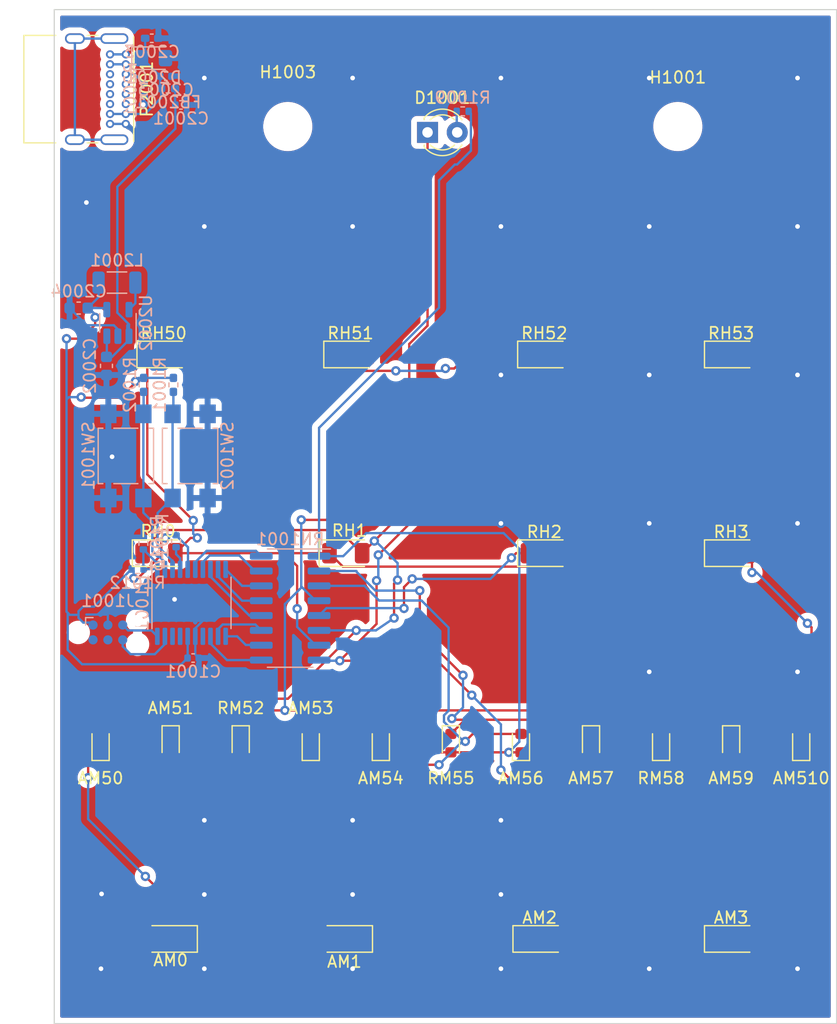
<source format=kicad_pcb>
(kicad_pcb (version 20211014) (generator pcbnew)
  (layers (0 "F.Cu" signal) (31 "B.Cu" signal) (34 "B.Paste" user) (35 "F.Paste" user) (36 "B.SilkS" user "B.Silkscreen") (37 "F.SilkS" user "F.Silkscreen") (38 "B.Mask" user) (39 "F.Mask" user) (44 "Edge.Cuts" user))
  (net 0 "")
  (net 1 "/LCH_0_3")
  (net 2 "/LCH_0_2")
  (net 3 "/LCH_0_0")
  (net 4 "/LCH_1_1")
  (net 5 "/LCH_1_0")
  (net 6 "/LCH_1_2")
  (net 7 "/LCH_1_3")
  (net 8 "Net-(P2001-PadA5)")
  (net 9 "+3V3")
  (net 10 "GND")
  (net 11 "Net-(C2003-Pad1)")
  (net 12 "Net-(R1013-Pad1)")
  (net 13 "VBUS")
  (net 16 "/SWCLK")
  (net 17 "/SWDIO")
  (net 21 "/CH_1_0")
  (net 22 "/CH_1_1")
  (net 23 "/CH_1_2")
  (net 24 "/CH_1_3")
  (net 25 "/CH_0_0")
  (net 26 "/CH_0_1")
  (net 27 "unconnected-(P2001-PadS1)")
  (net 28 "/CH_0_2")
  (net 29 "/CH_0_3")
  (net 30 "/LCH_0_1")
  (net 31 "Net-(R1012-Pad2)")
  (net 32 "/SW_M")
  (net 33 "/SW_H")
  (net 36 "Net-(L2001-Pad1)")
  (net 37 "Net-(D1001-Pad2)")
  (net 39 "Net-(R1014-Pad2)")
  (footprint "LED_SMD:LED_0603_1608Metric" (layer "F.Cu") (at 41.215893 95 -90)
    (fp_text reference "RM52")
    (fp_text value "LED")
  )
  (footprint "LED_SMD:LED_1206_3216Metric" (layer "F.Cu") (at 34.215893 78.750354)
    (fp_text reference "RH0")
    (fp_text value "LED")
  )
  (footprint "LED_SMD:LED_0603_1608Metric" (layer "F.Cu") (at 29.215893 95 90)
    (fp_text reference "AM50")
    (fp_text value "LED")
  )
  (footprint "LED_THT:LED_D3.0mm" (layer "F.Cu") (at 57.215893 42.750354)
    (fp_text reference "D1001")
    (fp_text value "LED")
  )
  (footprint "LED_SMD:LED_1206_3216Metric" (layer "F.Cu") (at 83.215893 111.750354)
    (fp_text reference "AM3")
    (fp_text value "LED")
  )
  (footprint "LED_SMD:LED_1206_3216Metric" (layer "F.Cu") (at 66.815893 111.750354)
    (fp_text reference "AM2")
    (fp_text value "LED")
  )
  (footprint "LED_SMD:LED_0603_1608Metric" (layer "F.Cu") (at 59.215893 95 -90)
    (fp_text reference "RM55")
    (fp_text value "LED")
  )
  (footprint "LED_SMD:LED_0603_1608Metric" (layer "F.Cu") (at 83.215893 95 -90)
    (fp_text reference "AM59")
    (fp_text value "LED")
  )
  (footprint "MountingHole:MountingHole_3.2mm_M3" (layer "F.Cu") (at 45.25 41.8)
    (fp_text reference "H1003")
    (fp_text value "MountingHole")
  )
  (footprint "LED_SMD:LED_0603_1608Metric" (layer "F.Cu") (at 65.215893 95 90)
    (fp_text reference "AM56")
    (fp_text value "LED")
  )
  (footprint "LED_SMD:LED_1206_3216Metric" (layer "F.Cu") (at 83.215893 78.750354)
    (fp_text reference "RH3")
    (fp_text value "LED")
  )
  (footprint "LED_SMD:LED_1206_3216Metric" (layer "F.Cu") (at 50.615893 61.750354)
    (fp_text reference "RH51")
    (fp_text value "LED")
  )
  (footprint "LED_SMD:LED_0603_1608Metric" (layer "F.Cu") (at 89.215893 95 90)
    (fp_text reference "AM510")
    (fp_text value "LED")
  )
  (footprint "LED_SMD:LED_0603_1608Metric" (layer "F.Cu") (at 53.215893 95 90)
    (fp_text reference "AM54")
    (fp_text value "LED")
  )
  (footprint "Connector_USB:USB_C_Receptacle_GCT_USB4085" (layer "F.Cu") (at 31.375 36.075 -90)
    (fp_text reference "P2001")
    (fp_text value "USB_C_Plug_USB2.0")
  )
  (footprint "LED_SMD:LED_0603_1608Metric" (layer "F.Cu") (at 47.215893 95 90)
    (fp_text reference "AM53")
    (fp_text value "LED")
  )
  (footprint "LED_SMD:LED_0603_1608Metric" (layer "F.Cu") (at 71.215893 95 -90)
    (fp_text reference "AM57")
    (fp_text value "LED")
  )
  (footprint "LED_SMD:LED_0603_1608Metric" (layer "F.Cu") (at 77.215893 95 90)
    (fp_text reference "RM58")
    (fp_text value "LED")
  )
  (footprint "MountingHole:MountingHole_3.2mm_M3" (layer "F.Cu") (at 78.65 42.25)
    (fp_text reference "H1001")
    (fp_text value "MountingHole")
  )
  (footprint "LED_SMD:LED_1206_3216Metric" (layer "F.Cu") (at 35.215893 111.750354 180)
    (fp_text reference "AM0")
    (fp_text value "LED")
  )
  (footprint "LED_SMD:LED_1206_3216Metric" (layer "F.Cu") (at 67.215893 78.750354)
    (fp_text reference "RH2")
    (fp_text value "LED")
  )
  (footprint "LED_SMD:LED_0603_1608Metric" (layer "F.Cu") (at 35.215893 95 -90)
    (fp_text reference "AM51")
    (fp_text value "LED")
  )
  (footprint "LED_SMD:LED_1206_3216Metric" (layer "F.Cu") (at 83.215893 61.750354)
    (fp_text reference "RH53")
    (fp_text value "LED")
  )
  (footprint "LED_SMD:LED_1206_3216Metric" (layer "F.Cu") (at 34.615893 61.750354)
    (fp_text reference "RH50")
    (fp_text value "LED")
  )
  (footprint "LED_SMD:LED_1206_3216Metric" (layer "F.Cu") (at 67.215893 61.750354)
    (fp_text reference "RH52")
    (fp_text value "LED")
  )
  (footprint "LED_SMD:LED_1206_3216Metric" (layer "F.Cu") (at 50.215893 78.750354)
    (fp_text reference "RH1")
    (fp_text value "LED")
  )
  (footprint "LED_SMD:LED_1206_3216Metric" (layer "F.Cu") (at 50.215893 111.750354 180)
    (fp_text reference "AM1")
    (fp_text value "LED")
  )
  (footprint "Capacitor_SMD:C_0402_1005Metric" (layer "B.Cu") (at 34.8 37.95)
    (fp_text reference "C2003")
    (fp_text value "1u")
  )
  (footprint "Capacitor_SMD:C_0603_1608Metric" (layer "B.Cu") (at 27.34 57.78 180)
    (fp_text reference "C2004")
    (fp_text value "4.7u")
  )
  (footprint "Resistor_SMD:R_0402_1005Metric_Pad0.72x0.64mm_HandSolder" (layer "B.Cu") (at 32.9 64.35 -90)
    (fp_text reference "R1002")
    (fp_text value "100k")
  )
  (footprint "Package_SO:SOIC-16_3.9x9.9mm_P1.27mm" (layer "B.Cu") (at 45.45 83.45 180)
    (fp_text reference "RN1001")
    (fp_text value "R_Pack08")
  )
  (footprint "Resistor_SMD:R_0402_1005Metric" (layer "B.Cu") (at 32.95 39.1 -90)
    (fp_text reference "R2001")
    (fp_text value "5.1k")
  )
  (footprint "Capacitor_SMD:C_0402_1005Metric" (layer "B.Cu") (at 36.1 40.4)
    (fp_text reference "C2001")
    (fp_text value "1u")
  )
  (footprint "Capacitor_SMD:C_0402_1005Metric" (layer "B.Cu") (at 37.14 87.72)
    (fp_text reference "C1001")
    (fp_text value "0.1u")
  )
  (footprint "Resistor_SMD:R_0402_1005Metric" (layer "B.Cu") (at 32.88 77.92 90)
    (fp_text reference "R1013")
    (fp_text value "100k")
  )
  (footprint "Capacitor_SMD:C_0603_1608Metric" (layer "B.Cu") (at 29.72 62.73 -90)
    (fp_text reference "C2002")
    (fp_text value "4.7u")
  )
  (footprint "Inductor_SMD:L_1206_3216Metric" (layer "B.Cu") (at 30.62 55.6 180)
    (fp_text reference "L2001")
    (fp_text value "10u")
  )
  (footprint "Connector:Tag-Connect_TC2030-IDC-NL_2x03_P1.27mm_Vertical" (layer "B.Cu") (at 29.84 85.53)
    (fp_text reference "J1001")
    (fp_text value "Conn_01x06_Female")
  )
  (footprint "Package_SO:TSSOP-20_4.4x6.5mm_P0.65mm" (layer "B.Cu") (at 37 83 -90)
    (fp_text reference "U1001")
    (fp_text value "STM32F030F4Px")
  )
  (footprint "Package_TO_SOT_SMD:SOT-23-5" (layer "B.Cu") (at 30.7 59.05 90)
    (fp_text reference "U2002")
    (fp_text value "TPS62203DBV")
  )
  (footprint "Resistor_SMD:R_0402_1005Metric" (layer "B.Cu") (at 35.68 77.73 -90)
    (fp_text reference "R1014")
    (fp_text value "100k")
  )
  (footprint "Resistor_SMD:R_0402_1005Metric" (layer "B.Cu") (at 32.38 80.11)
    (fp_text reference "R1012")
    (fp_text value "100k_np")
  )
  (footprint "Resistor_SMD:R_0402_1005Metric" (layer "B.Cu") (at 60.225893 40.950354 180)
    (fp_text reference "R1009")
    (fp_text value "680")
  )
  (footprint "Capacitor_SMD:C_0402_1005Metric_Pad0.74x0.62mm_HandSolder" (layer "B.Cu") (at 33.6 34.7)
    (fp_text reference "C2003")
    (fp_text value "1u")
  )
  (footprint "Resistor_SMD:R_0402_1005Metric_Pad0.72x0.64mm_HandSolder" (layer "B.Cu") (at 35.45 64.35 -90)
    (fp_text reference "R1001")
    (fp_text value "100k")
  )
  (footprint "Diode_SMD:D_0805_2012Metric_Pad1.15x1.40mm_HandSolder" (layer "B.Cu") (at 33.75 36.4)
    (fp_text reference "D2001")
    (fp_text value "D")
  )
  (footprint "Button_Switch_SMD:SW_SPST_TL3305A" (layer "B.Cu") (at 36.88 70.43 90)
    (fp_text reference "SW1002")
    (fp_text value "SW_SPST")
  )
  (footprint "Button_Switch_SMD:SW_SPST_TL3305A" (layer "B.Cu") (at 31.38 70.43 -90)
    (fp_text reference "SW1001")
    (fp_text value "SW_SPST")
  )
  (footprint "Resistor_SMD:R_0402_1005Metric_Pad0.72x0.64mm_HandSolder" (layer "B.Cu") (at 35 39)
    (fp_text reference "FB2001")
    (fp_text value "FerriteBead")
  )
  (gr_line locked (start 43 32.25) (end 28.5 32.25) (layer "Edge.Cuts") (width 0.1))
  (gr_line locked (start 92.25 54) (end 92.25 44.25) (layer "Edge.Cuts") (width 0.1))
  (gr_line locked (start 92.25 119) (end 92.25 54) (layer "Edge.Cuts") (width 0.1))
  (gr_line locked (start 28.5 32.25) (end 25.25 32.25) (layer "Edge.Cuts") (width 0.1))
  (gr_line locked (start 25.25 119) (end 25.25 54.75) (layer "Edge.Cuts") (width 0.1))
  (gr_line locked (start 25.25 54.75) (end 25.25 32.25) (layer "Edge.Cuts") (width 0.1))
  (gr_line locked (start 25.25 119) (end 92.25 119) (layer "Edge.Cuts") (width 0.1))
  (gr_line locked (start 57.5 32.25) (end 76.5 32.25) (layer "Edge.Cuts") (width 0.1))
  (gr_line locked (start 92.25 32.25) (end 92.25 44.25) (layer "Edge.Cuts") (width 0.1))
  (gr_line locked (start 57.5 32.25) (end 43 32.25) (layer "Edge.Cuts") (width 0.1))
  (gr_line locked (start 76.5 32.25) (end 92.25 32.25) (layer "Edge.Cuts") (width 0.1))
  (segment (start 55.2 81.65) (end 55.2 83.4745) (width 0.2) (layer "F.Cu") (net 1))
  (segment (start 83.215539 77.35) (end 84.615893 78.750354) (width 0.2) (layer "F.Cu") (net 1))
  (segment (start 65.815893 78.750354) (end 64.799646 78.750354) (width 0.2) (layer "F.Cu") (net 1))
  (segment (start 55.9 80.95) (end 55.2 81.65) (width 0.2) (layer "F.Cu") (net 1))
  (segment (start 49.965893 112.900354) (end 64.265893 112.900354) (width 0.2) (layer "F.Cu") (net 1))
  (segment (start 67.216247 77.35) (end 83.215539 77.35) (width 0.2) (layer "F.Cu") (net 1))
  (segment (start 84.615893 111.750354) (end 90.1 106.266247) (width 0.2) (layer "F.Cu") (net 1))
  (segment (start 65.815893 78.750354) (end 67.216247 77.35) (width 0.2) (layer "F.Cu") (net 1))
  (segment (start 64.265893 112.900354) (end 65.415893 111.750354) (width 0.2) (layer "F.Cu") (net 1))
  (segment (start 64.799646 78.750354) (end 64.4 79.15) (width 0.2) (layer "F.Cu") (net 1))
  (segment (start 83.465893 112.900354) (end 84.615893 111.750354) (width 0.2) (layer "F.Cu") (net 1))
  (segment (start 90.1 106.266247) (end 90.1 91.85) (width 0.2) (layer "F.Cu") (net 1))
  (segment (start 85 80.4) (end 85 79.134461) (width 0.2) (layer "F.Cu") (net 1))
  (segment (start 90.1 85.1) (end 89.75 84.75) (width 0.2) (layer "F.Cu") (net 1))
  (segment (start 85 79.134461) (end 84.615893 78.750354) (width 0.2) (layer "F.Cu") (net 1))
  (segment (start 65.415893 111.750354) (end 66.565893 112.900354) (width 0.2) (layer "F.Cu") (net 1))
  (segment (start 48.815893 111.750354) (end 49.965893 112.900354) (width 0.2) (layer "F.Cu") (net 1))
  (segment (start 36.615893 111.750354) (end 48.815893 111.750354) (width 0.2) (layer "F.Cu") (net 1))
  (segment (start 66.565893 112.900354) (end 83.465893 112.900354) (width 0.2) (layer "F.Cu") (net 1))
  (segment (start 90.1 91.85) (end 90.1 85.1) (width 0.2) (layer "F.Cu") (net 1))
  (via (at 85 80.4) (size 0.8) (drill 0.4) (layers "F.Cu" "B.Cu") (net 1))
  (via (at 64.4 79.15) (size 0.8) (drill 0.4) (layers "F.Cu" "B.Cu") (net 1))
  (via (at 55.2 83.4745) (size 0.8) (drill 0.4) (layers "F.Cu" "B.Cu") (net 1))
  (via (at 55.9 80.95) (size 0.8) (drill 0.4) (layers "F.Cu" "B.Cu") (net 1))
  (via (at 89.75 84.75) (size 0.8) (drill 0.4) (layers "F.Cu" "B.Cu") (net 1))
  (segment (start 62.6 80.95) (end 55.9 80.95) (width 0.2) (layer "B.Cu") (net 1))
  (segment (start 64.4 79.15) (end 62.6 80.95) (width 0.2) (layer "B.Cu") (net 1))
  (segment (start 89.75 84.75) (end 85.4 80.4) (width 0.2) (layer "B.Cu") (net 1))
  (segment (start 55.1755 83.45) (end 48.56 83.45) (width 0.2) (layer "B.Cu") (net 1))
  (segment (start 55.2 83.4745) (end 55.1755 83.45) (width 0.2) (layer "B.Cu") (net 1))
  (segment (start 85.4 80.4) (end 85 80.4) (width 0.2) (layer "B.Cu") (net 1))
  (segment (start 48.56 83.45) (end 47.925 84.085) (width 0.2) (layer "B.Cu") (net 1))
  (segment (start 68.023431 60.600354) (end 83.465893 60.600354) (width 0.2) (layer "F.Cu") (net 2))
  (segment (start 33.815893 111.750354) (end 33.815893 107.165893) (width 0.2) (layer "F.Cu") (net 2))
  (segment (start 28.15 93.35) (end 30.3 91.2) (width 0.2) (layer "F.Cu") (net 2))
  (segment (start 51.615893 78.750354) (end 49.635982 76.770443) (width 0.2) (layer "F.Cu") (net 2))
  (segment (start 52.658123 77.708123) (end 51.615893 78.750354) (width 0.2) (layer "F.Cu") (net 2))
  (segment (start 66.873431 61.750354) (end 68.023431 60.600354) (width 0.2) (layer "F.Cu") (net 2))
  (segment (start 65.815893 64.550354) (end 52.658123 77.708123) (width 0.2) (layer "F.Cu") (net 2))
  (segment (start 34.965893 110.600354) (end 50.465893 110.600354) (width 0.2) (layer "F.Cu") (net 2))
  (segment (start 34.494905 76.770443) (end 32.815893 78.449455) (width 0.2) (layer "F.Cu") (net 2))
  (segment (start 30.3 91.2) (end 45.26 91.2) (width 0.2) (layer "F.Cu") (net 2))
  (segment (start 54.35 81.35) (end 54.65 81.05) (width 0.2) (layer "F.Cu") (net 2))
  (segment (start 83.465893 60.600354) (end 84.615893 61.750354) (width 0.2) (layer "F.Cu") (net 2))
  (segment (start 33.815893 107.165893) (end 33.05 106.4) (width 0.2) (layer "F.Cu") (net 2))
  (segment (start 49.635982 76.770443) (end 34.494905 76.770443) (width 0.2) (layer "F.Cu") (net 2))
  (segment (start 45.26 91.2) (end 51.105 85.355) (width 0.2) (layer "F.Cu") (net 2))
  (segment (start 65.815893 61.750354) (end 66.873431 61.750354) (width 0.2) (layer "F.Cu") (net 2))
  (segment (start 65.815893 61.750354) (end 65.815893 64.550354) (width 0.2) (layer "F.Cu") (net 2))
  (segment (start 33.815893 111.750354) (end 34.965893 110.600354) (width 0.2) (layer "F.Cu") (net 2))
  (segment (start 28.15 97.95) (end 28.15 93.35) (width 0.2) (layer "F.Cu") (net 2))
  (segment (start 32.815893 78.449455) (end 32.815893 78.750354) (width 0.2) (layer "F.Cu") (net 2))
  (segment (start 54.35 84.3) (end 54.35 81.35) (width 0.2) (layer "F.Cu") (net 2))
  (segment (start 50.465893 110.600354) (end 51.615893 111.750354) (width 0.2) (layer "F.Cu") (net 2))
  (via (at 54.65 81.05) (size 0.8) (drill 0.4) (layers "F.Cu" "B.Cu") (net 2))
  (via (at 54.35 84.3) (size 0.8) (drill 0.4) (layers "F.Cu" "B.Cu") (net 2))
  (via (at 33.05 106.4) (size 0.8) (drill 0.4) (layers "F.Cu" "B.Cu") (net 2))
  (via (at 51.105 85.355) (size 0.8) (drill 0.4) (layers "F.Cu" "B.Cu") (net 2))
  (via (at 28.15 97.95) (size 0.8) (drill 0.4) (layers "F.Cu" "B.Cu") (net 2))
  (via (at 52.658123 77.708123) (size 0.8) (drill 0.4) (layers "F.Cu" "B.Cu") (net 2))
  (segment (start 33.05 106.4) (end 28.15 101.5) (width 0.2) (layer "B.Cu") (net 2))
  (segment (start 52.795 85.355) (end 51.105 85.355) (width 0.2) (layer "B.Cu") (net 2))
  (segment (start 54.35 84.3) (end 52.795 85.355) (width 0.2) (layer "B.Cu") (net 2))
  (segment (start 28.15 101.5) (end 28.15 97.95) (width 0.2) (layer "B.Cu") (net 2))
  (segment (start 54.65 79.595405) (end 52.762718 77.708123) (width 0.2) (layer "B.Cu") (net 2))
  (segment (start 52.762718 77.708123) (end 52.658123 77.708123) (width 0.2) (layer "B.Cu") (net 2))
  (segment (start 47.925 85.355) (end 51.105 85.355) (width 0.2) (layer "B.Cu") (net 2))
  (segment (start 54.65 81.05) (end 54.65 79.595405) (width 0.2) (layer "B.Cu") (net 2))
  (segment (start 84.4 63.6) (end 82.550354 61.750354) (width 0.2) (layer "F.Cu") (net 3))
  (segment (start 68.615893 61.750354) (end 68.615893 63.284107) (width 0.2) (layer "F.Cu") (net 3))
  (segment (start 59.549646 62.900354) (end 63.15 59.3) (width 0.2) (layer "F.Cu") (net 3))
  (segment (start 81.815893 111.750354) (end 68.215893 111.750354) (width 0.2) (layer "F.Cu") (net 3))
  (segment (start 85.515893 62.592816) (end 84.508709 63.6) (width 0.2) (layer "F.Cu") (net 3))
  (segment (start 58.05 87.95) (end 49.7 87.95) (width 0.2) (layer "F.Cu") (net 3))
  (segment (start 82.550354 61.750354) (end 81.815893 61.750354) (width 0.2) (layer "F.Cu") (net 3))
  (segment (start 63.15 59.3) (end 85 59.3) (width 0.2) (layer "F.Cu") (net 3))
  (segment (start 52.85 81.1) (end 52.85 84.8) (width 0.2) (layer "F.Cu") (net 3))
  (segment (start 59.5 62.95) (end 58.75 62.95) (width 0.2) (layer "F.Cu") (net 3))
  (segment (start 61 90.9) (end 58.05 87.95) (width 0.2) (layer "F.Cu") (net 3))
  (segment (start 85.515893 59.815893) (end 85.515893 62.592816) (width 0.2) (layer "F.Cu") (net 3))
  (segment (start 50.615539 63.15) (end 49.215893 61.750354) (width 0.2) (layer "F.Cu") (net 3))
  (segment (start 68.215893 102.015893) (end 63.5 97.3) (width 0.2) (layer "F.Cu") (net 3))
  (segment (start 68.615893 63.284107) (end 53 78.9) (width 0.2) (layer "F.Cu") (net 3))
  (segment (start 52.85 84.8) (end 49.7 87.95) (width 0.2) (layer "F.Cu") (net 3))
  (segment (start 36.015893 61.750354) (end 49.215893 61.750354) (width 0.2) (layer "F.Cu") (net 3))
  (segment (start 68.215893 111.750354) (end 68.215893 102.015893) (width 0.2) (layer "F.Cu") (net 3))
  (segment (start 84.508709 63.6) (end 84.4 63.6) (width 0.2) (layer "F.Cu") (net 3))
  (segment (start 59.549646 62.900354) (end 59.5 62.95) (width 0.2) (layer "F.Cu") (net 3))
  (segment (start 81.815893 61.750354) (end 68.615893 61.750354) (width 0.2) (layer "F.Cu") (net 3))
  (segment (start 85 59.3) (end 85.515893 59.815893) (width 0.2) (layer "F.Cu") (net 3))
  (segment (start 54.5 63.15) (end 50.615539 63.15) (width 0.2) (layer "F.Cu") (net 3))
  (via (at 63.5 97.3) (size 0.8) (drill 0.4) (layers "F.Cu" "B.Cu") (net 3))
  (via (at 61 90.9) (size 0.8) (drill 0.4) (layers "F.Cu" "B.Cu") (net 3))
  (via (at 53 78.9) (size 0.8) (drill 0.4) (layers "F.Cu" "B.Cu") (net 3))
  (via (at 58.75 62.95) (size 0.8) (drill 0.4) (layers "F.Cu" "B.Cu") (net 3))
  (via (at 49.7 87.95) (size 0.8) (drill 0.4) (layers "F.Cu" "B.Cu") (net 3))
  (via (at 52.85 81.1) (size 0.8) (drill 0.4) (layers "F.Cu" "B.Cu") (net 3))
  (via (at 54.5 63.15) (size 0.8) (drill 0.4) (layers "F.Cu" "B.Cu") (net 3))
  (segment (start 63.5 97.3) (end 63.5 93.4) (width 0.2) (layer "B.Cu") (net 3))
  (segment (start 58.75 62.95) (end 58.55 63.15) (width 0.2) (layer "B.Cu") (net 3))
  (segment (start 58.55 63.15) (end 54.5 63.15) (width 0.2) (layer "B.Cu") (net 3))
  (segment (start 47.98 87.95) (end 47.925 87.895) (width 0.2) (layer "B.Cu") (net 3))
  (segment (start 63.5 93.4) (end 61 90.9) (width 0.2) (layer "B.Cu") (net 3))
  (segment (start 49.7 87.95) (end 47.98 87.95) (width 0.2) (layer "B.Cu") (net 3))
  (segment (start 53 78.9) (end 53 80.95) (width 0.2) (layer "B.Cu") (net 3))
  (segment (start 53 80.95) (end 52.85 81.1) (width 0.2) (layer "B.Cu") (net 3))
  (segment (start 41.215893 95.7875) (end 35.215893 95.7875) (width 0.2) (layer "F.Cu") (net 4))
  (segment (start 35.215893 95.7875) (end 29.215893 95.7875) (width 0.2) (layer "F.Cu") (net 4))
  (segment (start 47.215893 95.7875) (end 41.215893 95.7875) (width 0.2) (layer "F.Cu") (net 4))
  (segment (start 65.215893 94.2125) (end 61.0875 94.2125) (width 0.2) (layer "F.Cu") (net 4))
  (segment (start 48.278393 96.85) (end 47.215893 95.7875) (width 0.2) (layer "F.Cu") (net 4))
  (segment (start 61.0875 94.2125) (end 60.45 94.85) (width 0.2) (layer "F.Cu") (net 4))
  (segment (start 71.215893 94.2125) (end 65.215893 94.2125) (width 0.2) (layer "F.Cu") (net 4))
  (segment (start 58.2 96.85) (end 48.278393 96.85) (width 0.2) (layer "F.Cu") (net 4))
  (via (at 58.2 96.85) (size 0.8) (drill 0.4) (layers "F.Cu" "B.Cu") (net 4))
  (via (at 60.45 94.85) (size 0.8) (drill 0.4) (layers "F.Cu" "B.Cu") (net 4))
  (segment (start 60.545405 95.1) (end 60.545405 94.945405) (width 0.2) (layer "B.Cu") (net 4))
  (segment (start 56.7 82.8) (end 59.020405 85.120405) (width 0.2) (layer "B.Cu") (net 4))
  (segment (start 59.020405 85.120405) (end 59.020405 92.225) (width 0.2) (layer "B.Cu") (net 4))
  (segment (start 47.925 81.545) (end 51.810075 81.545) (width 0.2) (layer "B.Cu") (net 4))
  (segment (start 53.065075 82.8) (end 56.7 82.8) (width 0.2) (layer "B.Cu") (net 4))
  (segment (start 58.625 93.179595) (end 60.545405 95.1) (width 0.2) (layer "B.Cu") (net 4))
  (segment (start 60.45 94.85) (end 60.2 94.85) (width 0.2) (layer "B.Cu") (net 4))
  (segment (start 60.545405 94.945405) (end 60.45 94.85) (width 0.2) (layer "B.Cu") (net 4))
  (segment (start 59.020405 92.225) (end 58.625 92.620405) (width 0.2) (layer "B.Cu") (net 4))
  (segment (start 58.625 92.620405) (end 58.625 93.179595) (width 0.2) (layer "B.Cu") (net 4))
  (segment (start 51.810075 81.545) (end 53.065075 82.8) (width 0.2) (layer "B.Cu") (net 4))
  (segment (start 60.2 94.85) (end 58.2 96.85) (width 0.2) (layer "B.Cu") (net 4))
  (segment (start 89.215893 94.2125) (end 83.215893 94.2125) (width 0.2) (layer "F.Cu") (net 5))
  (segment (start 75.203393 92.2) (end 77.215893 94.2125) (width 0.2) (layer "F.Cu") (net 5))
  (segment (start 57.215893 42.750354) (end 57.215893 59.284107) (width 0.2) (layer "F.Cu") (net 5))
  (segment (start 51.75 72.7) (end 48.55 75.9) (width 0.2) (layer "F.Cu") (net 5))
  (segment (start 37.228393 92.2) (end 45 92.2) (width 0.2) (layer "F.Cu") (net 5))
  (segment (start 55.65 68.8) (end 51.75 72.7) (width 0.2) (layer "F.Cu") (net 5))
  (segment (start 29.215893 94.2125) (end 35.215893 94.2125) (width 0.2) (layer "F.Cu") (net 5))
  (segment (start 57.215893 59.284107) (end 55.65 60.85) (width 0.2) (layer "F.Cu") (net 5))
  (segment (start 45 92.2) (end 75.203393 92.2) (width 0.2) (layer "F.Cu") (net 5))
  (segment (start 48.55 75.9) (end 46.4 75.9) (width 0.2) (layer "F.Cu") (net 5))
  (segment (start 35.215893 94.2125) (end 37.228393 92.2) (width 0.2) (layer "F.Cu") (net 5))
  (segment (start 83.215893 94.2125) (end 77.215893 94.2125) (width 0.2) (layer "F.Cu") (net 5))
  (segment (start 55.65 60.85) (end 55.65 68.8) (width 0.2) (layer "F.Cu") (net 5))
  (via (at 46.4 75.9) (size 0.8) (drill 0.4) (layers "F.Cu" "B.Cu") (net 5))
  (via (at 45 92.2) (size 0.8) (drill 0.4) (layers "F.Cu" "B.Cu") (net 5))
  (segment (start 46.45198 81.64802) (end 47.618959 82.815) (width 0.2) (layer "B.Cu") (net 5))
  (segment (start 47.618959 82.815) (end 47.925 82.815) (width 0.2) (layer "B.Cu") (net 5))
  (segment (start 45 83.1) (end 45 92.2) (width 0.2) (layer "B.Cu") (net 5))
  (segment (start 46.4 81.596041) (end 46.45198 81.64802) (width 0.2) (layer "B.Cu") (net 5))
  (segment (start 46.45198 81.64802) (end 45 83.1) (width 0.2) (layer "B.Cu") (net 5))
  (segment (start 46.4 75.9) (end 46.4 81.596041) (width 0.2) (layer "B.Cu") (net 5))
  (segment (start 59.215893 94.2125) (end 60.428393 93) (width 0.2) (layer "F.Cu") (net 6))
  (segment (start 75.85 95.9) (end 77.103393 95.9) (width 0.2) (layer "F.Cu") (net 6))
  (segment (start 47.215893 94.2125) (end 53.215893 94.2125) (width 0.2) (layer "F.Cu") (net 6))
  (segment (start 60.428393 93) (end 72.95 93) (width 0.2) (layer "F.Cu") (net 6))
  (segment (start 41.215893 94.2125) (end 47.215893 94.2125) (width 0.2) (layer "F.Cu") (net 6))
  (segment (start 72.95 93) (end 75.85 95.9) (width 0.2) (layer "F.Cu") (net 6))
  (segment (start 77.215893 95.7875) (end 83.215893 95.7875) (width 0.2) (layer "F.Cu") (net 6))
  (segment (start 56.55 85.496112) (end 56.55 81.95) (width 0.2) (layer "F.Cu") (net 6))
  (segment (start 59.215893 94.2125) (end 53.215893 94.2125) (width 0.2) (layer "F.Cu") (net 6))
  (segment (start 60.251944 89.198056) (end 56.55 85.496112) (width 0.2) (layer "F.Cu") (net 6))
  (segment (start 59.4 93) (end 59.3 92.9) (width 0.2) (layer "F.Cu") (net 6))
  (segment (start 60.428393 93) (end 59.4 93) (width 0.2) (layer "F.Cu") (net 6))
  (segment (start 77.103393 95.9) (end 77.215893 95.7875) (width 0.2) (layer "F.Cu") (net 6))
  (via (at 60.251944 89.198056) (size 0.8) (drill 0.4) (layers "F.Cu" "B.Cu") (net 6))
  (via (at 56.55 81.95) (size 0.8) (drill 0.4) (layers "F.Cu" "B.Cu") (net 6))
  (via (at 59.3 92.9) (size 0.8) (drill 0.4) (layers "F.Cu" "B.Cu") (net 6))
  (segment (start 51.125 80.329595) (end 52.745405 81.95) (width 0.2) (layer "B.Cu") (net 6))
  (segment (start 51.125 80.275) (end 51.125 80.329595) (width 0.2) (layer "B.Cu") (net 6))
  (segment (start 52.745405 81.95) (end 56.55 81.95) (width 0.2) (layer "B.Cu") (net 6))
  (segment (start 47.925 80.275) (end 51.125 80.275) (width 0.2) (layer "B.Cu") (net 6))
  (segment (start 60.251944 91.948056) (end 60.251944 89.198056) (width 0.2) (layer "B.Cu") (net 6))
  (segment (start 59.3 92.9) (end 60.251944 91.948056) (width 0.2) (layer "B.Cu") (net 6))
  (segment (start 71.215893 95.7875) (end 65.215893 95.7875) (width 0.2) (layer "F.Cu") (net 7))
  (segment (start 88.203393 96.8) (end 72.228393 96.8) (width 0.2) (layer "F.Cu") (net 7))
  (segment (start 59.215893 95.7875) (end 65.215893 95.7875) (width 0.2) (layer "F.Cu") (net 7))
  (segment (start 53.215893 95.7875) (end 59.215893 95.7875) (width 0.2) (layer "F.Cu") (net 7))
  (segment (start 72.228393 96.8) (end 71.215893 95.7875) (width 0.2) (layer "F.Cu") (net 7))
  (segment (start 89.215893 95.7875) (end 88.203393 96.8) (width 0.2) (layer "F.Cu") (net 7))
  (via (at 64.1745 95.7875) (size 0.8) (drill 0.4) (layers "F.Cu" "B.Cu") (net 7))
  (segment (start 63.733123 77.033123) (end 65.075 78.375) (width 0.2) (layer "B.Cu") (net 7))
  (segment (start 65.075 94.887) (end 64.1745 95.7875) (width 0.2) (layer "B.Cu") (net 7))
  (segment (start 60.930893 41.145354) (end 60.735893 40.950354) (width 0.2) (layer "B.Cu") (net 7))
  (segment (start 59.75 45.5) (end 60.930893 44.319107) (width 0.2) (layer "B.Cu") (net 7))
  (segment (start 60.930893 44.319107) (end 60.930893 41.145354) (width 0.2) (layer "B.Cu") (net 7))
  (segment (start 65.075 78.375) (end 65.075 94.887) (width 0.2) (layer "B.Cu") (net 7))
  (segment (start 58.2 57.75) (end 58.2 46.85) (width 0.2) (layer "B.Cu") (net 7))
  (segment (start 51.966877 77.033123) (end 63.733123 77.033123) (width 0.2) (layer "B.Cu") (net 7))
  (segment (start 47.925 79.005) (end 49.995 79.005) (width 0.2) (layer "B.Cu") (net 7))
  (segment (start 59.55 45.5) (end 59.75 45.5) (width 0.2) (layer "B.Cu") (net 7))
  (segment (start 58.2 46.85) (end 59.55 45.5) (width 0.2) (layer "B.Cu") (net 7))
  (segment (start 49.995 79.005) (end 51.966877 77.033123) (width 0.2) (layer "B.Cu") (net 7))
  (segment (start 47.925 68.025) (end 58.2 57.75) (width 0.2) (layer "B.Cu") (net 7))
  (segment (start 47.925 79.005) (end 47.925 68.025) (width 0.2) (layer "B.Cu") (net 7))
  (segment (start 31.375 37.775) (end 32.135 37.775) (width 0.2) (layer "B.Cu") (net 8))
  (segment (start 32.135 37.775) (end 32.95 38.59) (width 0.2) (layer "B.Cu") (net 8))
  (segment (start 31.35 65) (end 30.9 65.45) (width 0.2) (layer "F.Cu") (net 9))
  (segment (start 34.416393 77.80355) (end 34.416393 78.892316) (width 0.2) (layer "F.Cu") (net 9))
  (segment (start 27.6 65.45) (end 27.55 65.4) (width 0.2) (layer "F.Cu") (net 9))
  (segment (start 28.75 58.5755) (end 28.75 59.2) (width 0.2) (layer "F.Cu") (net 9))
  (segment (start 27.55 60.4) (end 26.3 60.4) (width 0.2) (layer "F.Cu") (net 9))
  (segment (start 32.2 64.15) (end 31.35 65) (width 0.2) (layer "F.Cu") (net 9))
  (segment (start 32.408709 80.9) (end 32.05 80.9) (width 0.2) (layer "F.Cu") (net 9))
  (segment (start 32.2 64.05) (end 32.2 64.15) (width 0.2) (layer "F.Cu") (net 9))
  (segment (start 28.75 59.2) (end 27.55 60.4) (width 0.2) (layer "F.Cu") (net 9))
  (segment (start 34.416393 78.892316) (end 32.408709 80.9) (width 0.2) (layer "F.Cu") (net 9))
  (segment (start 34.7745 77.445443) (end 34.416393 77.80355) (width 0.2) (layer "F.Cu") (net 9))
  (segment (start 30.9 65.45) (end 27.6 65.45) (width 0.2) (layer "F.Cu") (net 9))
  (via (at 34.7745 77.445443) (size 0.8) (drill 0.4) (layers "F.Cu" "B.Cu") (net 9))
  (via (at 32.05 80.9) (size 0.8) (drill 0.4) (layers "F.Cu" "B.Cu") (net 9))
  (via (at 28.75 58.5755) (size 0.8) (drill 0.4) (layers "F.Cu" "B.Cu") (net 9))
  (via (at 26.3 60.4) (size 0.8) (drill 0.4) (layers "F.Cu" "B.Cu") (net 9))
  (via (at 27.55 65.4) (size 0.8) (drill 0.4) (layers "F.Cu" "B.Cu") (net 9))
  (via (at 32.2 64.05) (size 0.8) (drill 0.4) (layers "F.Cu" "B.Cu") (net 9))
  (segment (start 34.999943 77.22) (end 34.7745 77.445443) (width 0.2) (layer "B.Cu") (net 9))
  (segment (start 28.359699 84.684699) (end 27.730104 84.684699) (width 0.2) (layer "B.Cu") (net 9))
  (segment (start 32.4975 63.7525) (end 32.2 64.05) (width 0.2) (layer "B.Cu") (net 9))
  (segment (start 32.9 63.7525) (end 35.45 63.7525) (width 0.2) (layer "B.Cu") (net 9))
  (segment (start 27.629129 88.25) (end 36.13 88.25) (width 0.2) (layer "B.Cu") (net 9))
  (segment (start 32.05 80.29) (end 31.87 80.11) (width 0.2) (layer "B.Cu") (net 9))
  (segment (start 26.575 84.025) (end 27.325 84.025) (width 0.2) (layer "B.Cu") (net 9))
  (segment (start 36.75 80.2125) (end 36.675 80.1375) (width 0.2) (layer "B.Cu") (net 9))
  (segment (start 35.68 77.22) (end 34.999943 77.22) (width 0.2) (layer "B.Cu") (net 9))
  (segment (start 27.325 84.279595) (end 27.325 84.025) (width 0.2) (layer "B.Cu") (net 9))
  (segment (start 27.325 84.025) (end 27.325 83.720405) (width 0.2) (layer "B.Cu") (net 9))
  (segment (start 32.05 80.9) (end 32.05 80.29) (width 0.2) (layer "B.Cu") (net 9))
  (segment (start 36.675 85.8625) (end 36.675 87.705) (width 0.2) (layer "B.Cu") (net 9))
  (segment (start 36.7 78.24) (end 36.7 80.1125) (width 0.2) (layer "B.Cu") (net 9))
  (segment (start 26.3 65.6) (end 26.3 83.75) (width 0.2) (layer "B.Cu") (net 9))
  (segment (start 28.115 57.78) (end 28.2045 57.78) (width 0.2) (layer "B.Cu") (net 9))
  (segment (start 28.655 83.325) (end 27.720405 83.325) (width 0.2) (layer "B.Cu") (net 9))
  (segment (start 28.2045 57.78) (end 28.75 58.3255) (width 0.2) (layer "B.Cu") (net 9))
  (segment (start 29.045 56.85) (end 28.115 57.78) (width 0.2) (layer "B.Cu") (net 9))
  (segment (start 36.13 88.25) (end 36.66 87.72) (width 0.2) (layer "B.Cu") (net 9))
  (segment (start 26.4 83.85) (end 26.575 84.025) (width 0.2) (layer "B.Cu") (net 9))
  (segment (start 26.5 65.4) (end 26.3 65.6) (width 0.2) (layer "B.Cu") (net 9))
  (segment (start 31.87 80.11) (end 28.655 83.325) (width 0.2) (layer "B.Cu") (net 9))
  (segment (start 36.675 87.705) (end 36.66 87.72) (width 0.2) (layer "B.Cu") (net 9))
  (segment (start 26.3 83.75) (end 26.4 83.85) (width 0.2) (layer "B.Cu") (net 9))
  (segment (start 35.68 77.22) (end 35.68 77.004) (width 0.2) (layer "B.Cu") (net 9))
  (segment (start 27.325 83.720405) (end 27.720405 83.325) (width 0.2) (layer "B.Cu") (net 9))
  (segment (start 32.9 63.7525) (end 32.4975 63.7525) (width 0.2) (layer "B.Cu") (net 9))
  (segment (start 36.7 80.1125) (end 36.675 80.1375) (width 0.2) (layer "B.Cu") (net 9))
  (segment (start 27.730104 84.684699) (end 27.325 84.279595) (width 0.2) (layer "B.Cu") (net 9))
  (segment (start 26.3 60.4) (end 26.3 65.6) (width 0.2) (layer "B.Cu") (net 9))
  (segment (start 28.75 58.3255) (end 28.75 58.5755) (width 0.2) (layer "B.Cu") (net 9))
  (segment (start 29.6175 57.78) (end 29.75 57.9125) (width 0.2) (layer "B.Cu") (net 9))
  (segment (start 26.4 83.85) (end 26.4 87.020871) (width 0.2) (layer "B.Cu") (net 9))
  (segment (start 35.68 77.22) (end 36.7 78.24) (width 0.2) (layer "B.Cu") (net 9))
  (segment (start 26.4 87.020871) (end 27.629129 88.25) (width 0.2) (layer "B.Cu") (net 9))
  (segment (start 28.57 84.895) (end 28.359699 84.684699) (width 0.2) (layer "B.Cu") (net 9))
  (segment (start 28.115 57.78) (end 29.6175 57.78) (width 0.2) (layer "B.Cu") (net 9))
  (segment (start 29.045 55.6) (end 29.045 56.85) (width 0.2) (layer "B.Cu") (net 9))
  (segment (start 27.55 65.4) (end 26.5 65.4) (width 0.2) (layer "B.Cu") (net 9))
  (via (at 50.8 38.1) (size 0.8) (drill 0.4) (layers "F.Cu" "B.Cu") (net 10))
  (via (at 88.9 76.2) (size 0.8) (drill 0.4) (layers "F.Cu" "B.Cu") (net 10))
  (via (at 38.1 114.3) (size 0.8) (drill 0.4) (layers "F.Cu" "B.Cu") (net 10))
  (via (at 63.5 114.3) (size 0.8) (drill 0.4) (layers "F.Cu" "B.Cu") (net 10))
  (via (at 29.25 114.3) (size 0.8) (drill 0.4) (layers "F.Cu" "B.Cu") (net 10))
  (via (at 50.8 50.8) (size 0.8) (drill 0.4) (layers "F.Cu" "B.Cu") (net 10))
  (via (at 63.5 101.6) (size 0.8) (drill 0.4) (layers "F.Cu" "B.Cu") (net 10))
  (via (at 63.5 76.2) (size 0.8) (drill 0.4) (layers "F.Cu" "B.Cu") (net 10))
  (via (at 76.2 88.9) (size 0.8) (drill 0.4) (layers "F.Cu" "B.Cu") (net 10))
  (via (at 88.9 88.9) (size 0.8) (drill 0.4) (layers "F.Cu" "B.Cu") (net 10))
  (via (at 76.2 76.2) (size 0.8) (drill 0.4) (layers "F.Cu" "B.Cu") (net 10))
  (via (at 63.5 38.1) (size 0.8) (drill 0.4) (layers "F.Cu" "B.Cu") (net 10))
  (via (at 30.2 70.5) (size 0.8) (drill 0.4) (layers "F.Cu" "B.Cu") (net 10))
  (via (at 63.5 63.5) (size 0.8) (drill 0.4) (layers "F.Cu" "B.Cu") (net 10))
  (via (at 76.2 50.8) (size 0.8) (drill 0.4) (layers "F.Cu" "B.Cu") (net 10))
  (via (at 50.8 114.3) (size 0.8) (drill 0.4) (layers "F.Cu" "B.Cu") (net 10))
  (via (at 76.2 38.1) (size 0.8) (drill 0.4) (layers "F.Cu" "B.Cu") (net 10))
  (via (at 63.499999 107.944529) (size 0.8) (drill 0.4) (layers "F.Cu" "B.Cu") (net 10))
  (via (at 50.8 101.6) (size 0.8) (drill 0.4) (layers "F.Cu" "B.Cu") (net 10))
  (via (at 38.1 101.6) (size 0.8) (drill 0.4) (layers "F.Cu" "B.Cu") (net 10))
  (via (at 63.5 50.8) (size 0.8) (drill 0.4) (layers "F.Cu" "B.Cu") (net 10))
  (via (at 50.8 107.95) (size 0.8) (drill 0.4) (layers "F.Cu" "B.Cu") (net 10))
  (via (at 38.1 107.95) (size 0.8) (drill 0.4) (layers "F.Cu" "B.Cu") (net 10))
  (via (at 38.1 50.8) (size 0.8) (drill 0.4) (layers "F.Cu" "B.Cu") (net 10))
  (via (at 88.9 114.3) (size 0.8) (drill 0.4) (layers "F.Cu" "B.Cu") (net 10))
  (via (at 76.2 63.5) (size 0.8) (drill 0.4) (layers "F.Cu" "B.Cu") (net 10))
  (via (at 88.9 63.5) (size 0.8) (drill 0.4) (layers "F.Cu" "B.Cu") (net 10))
  (via (at 32.873056 40.373056) (size 0.8) (drill 0.4) (layers "F.Cu" "B.Cu") (net 10))
  (via (at 35.55 82.7) (size 0.8) (drill 0.4) (layers "F.Cu" "B.Cu") (net 10))
  (via (at 28 48.75) (size 0.8) (drill 0.4) (layers "F.Cu" "B.Cu") (net 10))
  (via (at 76.2 114.3) (size 0.8) (drill 0.4) (layers "F.Cu" "B.Cu") (net 10))
  (via (at 29.3 107.9) (size 0.8) (drill 0.4) (layers "F.Cu" "B.Cu") (net 10))
  (via (at 88.9 50.8) (size 0.8) (drill 0.4) (layers "F.Cu" "B.Cu") (net 10))
  (via (at 88.9 38.1) (size 0.8) (drill 0.4) (layers "F.Cu" "B.Cu") (net 10))
  (via (at 38.1 38.1) (size 0.8) (drill 0.4) (layers "F.Cu" "B.Cu") (net 10))
  (segment (start 37.325 85.8625) (end 37.325 85.175) (width 0.2) (layer "B.Cu") (net 10))
  (segment (start 32.95 40.296112) (end 32.873056 40.373056) (width 0.2) (layer "B.Cu") (net 10))
  (segment (start 29.84 84.895) (end 29.84 83.91) (width 0.2) (layer "B.Cu") (net 10))
  (segment (start 26.565 57.78) (end 28.035 59.25) (width 0.2) (layer "B.Cu") (net 10))
  (segment (start 31.375 36.075) (end 30.025 36.075) (width 0.2) (layer "B.Cu") (net 10))
  (segment (start 29.75 84) (end 28 84) (width 0.2) (layer "B.Cu") (net 10))
  (segment (start 37.325 87.425) (end 37.62 87.72) (width 0.2) (layer "B.Cu") (net 10))
  (segment (start 32.95 39.61) (end 32.95 40.296112) (width 0.2) (layer "B.Cu") (net 10))
  (segment (start 30.025 42.025) (end 31.375 42.025) (width 0.2) (layer "B.Cu") (net 10))
  (segment (start 38 84.5) (end 37 83.5) (width 0.2) (layer "B.Cu") (net 10))
  (segment (start 30.7 59.6) (end 30.7 60.1875) (width 0.2) (layer "B.Cu") (net 10))
  (segment (start 37.325 85.8625) (end 37.325 87.425) (width 0.2) (layer "B.Cu") (net 10))
  (segment (start 29.84 83.91) (end 30.25 83.5) (width 0.2) (layer "B.Cu") (net 10))
  (segment (start 30.25 83.5) (end 29.75 84) (width 0.2) (layer "B.Cu") (net 10))
  (segment (start 37 83.5) (end 30.25 83.5) (width 0.2) (layer "B.Cu") (net 10))
  (segment (start 28.035 59.25) (end 30.35 59.25) (width 0.2) (layer "B.Cu") (net 10))
  (segment (start 30.35 59.25) (end 30.7 59.6) (width 0.2) (layer "B.Cu") (net 10))
  (segment (start 37.325 85.175) (end 38 84.5) (width 0.2) (layer "B.Cu") (net 10))
  (segment (start 34.32 38.9175) (end 34.4025 39) (width 0.2) (layer "B.Cu") (net 11))
  (segment (start 34.4025 39.7975) (end 34.4025 39) (width 0.2) (layer "B.Cu") (net 11))
  (segment (start 33.0325 36.0925) (end 32.725 36.4) (width 0.2) (layer "B.Cu") (net 11))
  (segment (start 32.77 36.4) (end 34.32 37.95) (width 0.2) (layer "B.Cu") (net 11))
  (segment (start 32.725 36.4) (end 32.77 36.4) (width 0.2) (layer "B.Cu") (net 11))
  (segment (start 34.32 37.95) (end 34.32 38.9175) (width 0.2) (layer "B.Cu") (net 11))
  (segment (start 33.0325 34.7) (end 33.0325 36.0925) (width 0.2) (layer "B.Cu") (net 11))
  (segment (start 30.025 41.175) (end 31.375 41.175) (width 0.2) (layer "B.Cu") (net 11))
  (segment (start 31.375 41.175) (end 33.025 41.175) (width 0.2) (layer "B.Cu") (net 11))
  (segment (start 31.375 36.925) (end 30.025 36.925) (width 0.2) (layer "B.Cu") (net 11))
  (segment (start 31.375 36.925) (end 32.2 36.925) (width 0.2) (layer "B.Cu") (net 11))
  (segment (start 33.025 41.175) (end 34.4025 39.7975) (width 0.2) (layer "B.Cu") (net 11))
  (segment (start 32.2 36.925) (end 32.725 36.4) (width 0.2) (layer "B.Cu") (net 11))
  (segment (start 32.88 78.43) (end 34.075 79.625) (width 0.2) (layer "B.Cu") (net 12))
  (segment (start 32.89 80.11) (end 34.0475 80.11) (width 0.2) (layer "B.Cu") (net 12))
  (segment (start 32.88 78.43) (end 32.88 80.1) (width 0.2) (layer "B.Cu") (net 12))
  (segment (start 34.0475 80.11) (end 34.075 80.1375) (width 0.2) (layer "B.Cu") (net 12))
  (segment (start 34.075 79.625) (end 34.075 80.1375) (width 0.2) (layer "B.Cu") (net 12))
  (segment (start 32.88 80.1) (end 32.89 80.11) (width 0.2) (layer "B.Cu") (net 12))
  (segment (start 30.65 58.176041) (end 30.65 47.4) (width 0.2) (layer "B.Cu") (net 13))
  (segment (start 35.62 42.43) (end 35.62 40.4) (width 0.2) (layer "B.Cu") (net 13))
  (segment (start 29.835 62.07) (end 29.72 61.955) (width 0.2) (layer "B.Cu") (net 13))
  (segment (start 29.75 60.1875) (end 29.75 61.925) (width 0.2) (layer "B.Cu") (net 13))
  (segment (start 35.5975 39) (end 35.5975 40.3775) (width 0.2) (layer "B.Cu") (net 13))
  (segment (start 31.65 60.1875) (end 31.65 60.501041) (width 0.2) (layer "B.Cu") (net 13))
  (segment (start 31.65 59.176041) (end 30.65 58.176041) (width 0.2) (layer "B.Cu") (net 13))
  (segment (start 30.196041 61.955) (end 29.72 61.955) (width 0.2) (layer "B.Cu") (net 13))
  (segment (start 31.65 60.501041) (end 30.196041 61.955) (width 0.2) (layer "B.Cu") (net 13))
  (segment (start 29.75 61.925) (end 29.72 61.955) (width 0.2) (layer "B.Cu") (net 13))
  (segment (start 30.65 47.4) (end 35.62 42.43) (width 0.2) (layer "B.Cu") (net 13))
  (segment (start 31.5 59.25) (end 31.5 60.0375) (width 0.2) (layer "B.Cu") (net 13))
  (segment (start 35.5975 40.3775) (end 35.62 40.4) (width 0.2) (layer "B.Cu") (net 13))
  (segment (start 31.5 60.0375) (end 31.65 60.1875) (width 0.2) (layer "B.Cu") (net 13))
  (segment (start 31.65 60.1875) (end 31.65 59.176041) (width 0.2) (layer "B.Cu") (net 13))
  (segment (start 31.11 84.895) (end 31.574301 85.359301) (width 0.2) (layer "B.Cu") (net 16))
  (segment (start 31.574301 85.359301) (end 33.571801 85.359301) (width 0.2) (layer "B.Cu") (net 16))
  (segment (start 33.571801 85.359301) (end 34.075 85.8625) (width 0.2) (layer "B.Cu") (net 16))
  (segment (start 31.11 86.165) (end 31.11 86.721775) (width 0.2) (layer "B.Cu") (net 17))
  (segment (start 34.725 86.525) (end 34.725 85.8625) (width 0.2) (layer "B.Cu") (net 17))
  (segment (start 33.858699 87.391301) (end 34.725 86.525) (width 0.2) (layer "B.Cu") (net 17))
  (segment (start 31.779526 87.391301) (end 33.858699 87.391301) (width 0.2) (layer "B.Cu") (net 17))
  (segment (start 31.11 86.721775) (end 31.779526 87.391301) (width 0.2) (layer "B.Cu") (net 17))
  (segment (start 39.275 80.75533) (end 41.33467 82.815) (width 0.2) (layer "B.Cu") (net 21))
  (segment (start 41.33467 82.815) (end 42.975 82.815) (width 0.2) (layer "B.Cu") (net 21))
  (segment (start 39.275 80.1375) (end 39.275 79.51967) (width 0.2) (layer "B.Cu") (net 21))
  (segment (start 39.275 80.1375) (end 39.275 80.75533) (width 0.2) (layer "B.Cu") (net 21))
  (segment (start 39.925 80.1375) (end 41.3325 81.545) (width 0.2) (layer "B.Cu") (net 22))
  (segment (start 41.3325 81.545) (end 42.975 81.545) (width 0.2) (layer "B.Cu") (net 22))
  (segment (start 38.54467 78.95) (end 41.1 78.95) (width 0.2) (layer "B.Cu") (net 23))
  (segment (start 37.975 79.51967) (end 38.54467 78.95) (width 0.2) (layer "B.Cu") (net 23))
  (segment (start 37.975 80.1375) (end 37.975 79.51967) (width 0.2) (layer "B.Cu") (net 23))
  (segment (start 41.1 78.95) (end 42.425 80.275) (width 0.2) (layer "B.Cu") (net 23))
  (segment (start 42.425 80.275) (end 42.975 80.275) (width 0.2) (layer "B.Cu") (net 23))
  (segment (start 42.52 78.55) (end 42.975 79.005) (width 0.2) (layer "B.Cu") (net 24))
  (segment (start 37.325 80.1375) (end 37.325 79.51967) (width 0.2) (layer "B.Cu") (net 24))
  (segment (start 38.29467 78.55) (end 42.52 78.55) (width 0.2) (layer "B.Cu") (net 24))
  (segment (start 37.325 79.51967) (end 38.29467 78.55) (width 0.2) (layer "B.Cu") (net 24))
  (segment (start 38.625 85.8625) (end 38.625 86.48033) (width 0.2) (layer "B.Cu") (net 25))
  (segment (start 38.625 86.48033) (end 40.03967 87.895) (width 0.2) (layer "B.Cu") (net 25))
  (segment (start 40.03967 87.895) (end 42.975 87.895) (width 0.2) (layer "B.Cu") (net 25))
  (segment (start 42.95 86.6) (end 41.65 86.6) (width 0.2) (layer "B.Cu") (net 26))
  (segment (start 42.975 86.625) (end 42.95 86.6) (width 0.2) (layer "B.Cu") (net 26))
  (segment (start 39.925 85.8625) (end 40.9125 85.8625) (width 0.2) (layer "B.Cu") (net 26))
  (segment (start 40.9125 85.8625) (end 41.65 86.6) (width 0.2) (layer "B.Cu") (net 26))
  (segment (start 27.015 34.725) (end 30.395 34.725) (width 0.2) (layer "B.Cu") (net 27))
  (segment (start 27.015 43.375) (end 30.395 43.375) (width 0.2) (layer "B.Cu") (net 27))
  (segment (start 27.015 34.725) (end 27.015 43.375) (width 0.2) (layer "B.Cu") (net 27))
  (segment (start 39.66967 84.85) (end 42.47 84.85) (width 0.2) (layer "B.Cu") (net 28))
  (segment (start 39.275 85.8625) (end 39.275 85.24467) (width 0.2) (layer "B.Cu") (net 28))
  (segment (start 39.275 85.24467) (end 39.66967 84.85) (width 0.2) (layer "B.Cu") (net 28))
  (segment (start 42.47 84.85) (end 42.975 85.355) (width 0.2) (layer "B.Cu") (net 28))
  (segment (start 38.625 80.75533) (end 41.95467 84.085) (width 0.2) (layer "B.Cu") (net 29))
  (segment (start 38.625 80.1375) (end 38.625 80.75533) (width 0.2) (layer "B.Cu") (net 29))
  (segment (start 41.95467 84.085) (end 42.975 84.085) (width 0.2) (layer "B.Cu") (net 29))
  (segment (start 67.465893 79.900354) (end 68.615893 78.750354) (width 0.2) (layer "F.Cu") (net 30))
  (segment (start 33.215893 71.965893) (end 33.215893 72.015893) (width 0.2) (layer "F.Cu") (net 30))
  (segment (start 48.815893 78.750354) (end 49.965893 79.900354) (width 0.2) (layer "F.Cu") (net 30))
  (segment (start 33.215893 61.750354) (end 33.215893 71.965893) (width 0.2) (layer "F.Cu") (net 30))
  (segment (start 50.45 59.65) (end 52.015893 61.215893) (width 0.2) (layer "F.Cu") (net 30))
  (segment (start 52.015893 61.215893) (end 52.015893 61.750354) (width 0.2) (layer "F.Cu") (net 30))
  (segment (start 33.215893 61.750354) (end 35.316247 59.65) (width 0.2) (layer "F.Cu") (net 30))
  (segment (start 46.05 83.5) (end 46.05 79.85) (width 0.2) (layer "F.Cu") (net 30))
  (segment (start 36.921304 77.444943) (end 35.615893 78.750354) (width 0.2) (layer "F.Cu") (net 30))
  (segment (start 35.316247 59.65) (end 50.45 59.65) (width 0.2) (layer "F.Cu") (net 30))
  (segment (start 44.950354 78.750354) (end 35.615893 78.750354) (width 0.2) (layer "F.Cu") (net 30))
  (segment (start 33.215893 72.015893) (end 37.15 75.95) (width 0.2) (layer "F.Cu") (net 30))
  (segment (start 46.05 79.85) (end 44.950354 78.750354) (width 0.2) (layer "F.Cu") (net 30))
  (segment (start 81.815893 78.750354) (end 68.615893 78.750354) (width 0.2) (layer "F.Cu") (net 30))
  (segment (start 37.5 77.444943) (end 36.921304 77.444943) (width 0.2) (layer "F.Cu") (net 30))
  (segment (start 49.965893 79.900354) (end 67.465893 79.900354) (width 0.2) (layer "F.Cu") (net 30))
  (segment (start 48.815893 78.750354) (end 44.950354 78.750354) (width 0.2) (layer "F.Cu") (net 30))
  (via (at 37.5 77.444943) (size 0.8) (drill 0.4) (layers "F.Cu" "B.Cu") (net 30))
  (via (at 37.15 75.95) (size 0.8) (drill 0.4) (layers "F.Cu" "B.Cu") (net 30))
  (via (at 46.05 83.5) (size 0.8) (drill 0.4) (layers "F.Cu" "B.Cu") (net 30))
  (segment (start 46.05 85.056041) (end 46.05 83.5) (width 0.2) (layer "B.Cu") (net 30))
  (segment (start 37.15 77.094943) (end 37.5 77.444943) (width 0.2) (layer "B.Cu") (net 30))
  (segment (start 47.925 86.625) (end 47.618959 86.625) (width 0.2) (layer "B.Cu") (net 30))
  (segment (start 47.618959 86.625) (end 46.05 85.056041) (width 0.2) (layer "B.Cu") (net 30))
  (segment (start 37.15 75.95) (end 37.15 77.094943) (width 0.2) (layer "B.Cu") (net 30))
  (segment (start 34.725 80.1375) (end 34.725 79.51967) (width 0.2) (layer "B.Cu") (net 32))
  (segment (start 33.65 76.05) (end 32.88 75.28) (width 0.2) (layer "B.Cu") (net 32))
  (segment (start 34.725 79.51967) (end 34.265165 79.059835) (width 0.2) (layer "B.Cu") (net 32))
  (segment (start 32.9 64.9475) (end 32.9 66.81) (width 0.2) (layer "B.Cu") (net 32))
  (segment (start 33.5 74.65) (end 32.88 74.03) (width 0.2) (layer "B.Cu") (net 32))
  (segment (start 32.9 66.81) (end 32.88 66.83) (width 0.2) (layer "B.Cu") (net 32))
  (segment (start 34.109835 79.059835) (end 33.65 78.6) (width 0.2) (layer "B.Cu") (net 32))
  (segment (start 32.88 66.83) (end 32.88 74.03) (width 0.2) (layer "B.Cu") (net 32))
  (segment (start 33.65 78.6) (end 33.65 76.05) (width 0.2) (layer "B.Cu") (net 32))
  (segment (start 34.265165 79.059835) (end 34.109835 79.059835) (width 0.2) (layer "B.Cu") (net 32))
  (segment (start 32.88 75.28) (end 32.88 74.03) (width 0.2) (layer "B.Cu") (net 32))
  (segment (start 35.45 66.76) (end 35.38 66.83) (width 0.2) (layer "B.Cu") (net 33))
  (segment (start 34.1 75.31) (end 34.1 78.15) (width 0.2) (layer "B.Cu") (net 33))
  (segment (start 35.325 79.375) (end 35.375 79.375) (width 0.2) (layer "B.Cu") (net 33))
  (segment (start 35.375 79.375) (end 35.375 80.1375) (width 0.2) (layer "B.Cu") (net 33))
  (segment (start 35.38 66.83) (end 35.38 74.03) (width 0.2) (layer "B.Cu") (net 33))
  (segment (start 35.45 64.9475) (end 35.45 66.76) (width 0.2) (layer "B.Cu") (net 33))
  (segment (start 35.38 74.03) (end 34.1 75.31) (width 0.2) (layer "B.Cu") (net 33))
  (segment (start 34.1 78.15) (end 35.325 79.375) (width 0.2) (layer "B.Cu") (net 33))
  (segment (start 32.195 57.3675) (end 31.65 57.9125) (width 0.2) (layer "B.Cu") (net 36))
  (segment (start 32.195 55.6) (end 32.195 57.3675) (width 0.2) (layer "B.Cu") (net 36))
  (segment (start 59.715893 42.710354) (end 59.755893 42.750354) (width 0.2) (layer "B.Cu") (net 37))
  (segment (start 59.715893 40.950354) (end 59.715893 42.710354) (width 0.2) (layer "B.Cu") (net 37))
  (segment (start 35.68 78.83) (end 36.025 79.175) (width 0.2) (layer "B.Cu") (net 39))
  (segment (start 36.025 79.175) (end 36.025 80.1375) (width 0.2) (layer "B.Cu") (net 39))
  (segment (start 35.68 78.24) (end 35.68 78.83) (width 0.2) (layer "B.Cu") (net 39))
  (zone (net 10) (net_name "GND") (layer "F.Cu") (connect_pads (clearance 0.508)) (min_thickness 0.254) (fill yes (thermal_gap 0.508) (thermal_bridge_width 0.508))
    (polygon (pts (xy 92.25 119) (xy 25.25 119) (xy 25.25 32.25) (xy 92.25 32.25)))
  )
  (zone (net 10) (net_name "GND") (layer "B.Cu") (connect_pads (clearance 0.508)) (min_thickness 0.254) (fill yes (thermal_gap 0.508) (thermal_bridge_width 0.508))
    (polygon (pts (xy 92.25 119) (xy 25.25 119) (xy 25.25 32.25) (xy 92.25 32.25)))
  )
)
</source>
